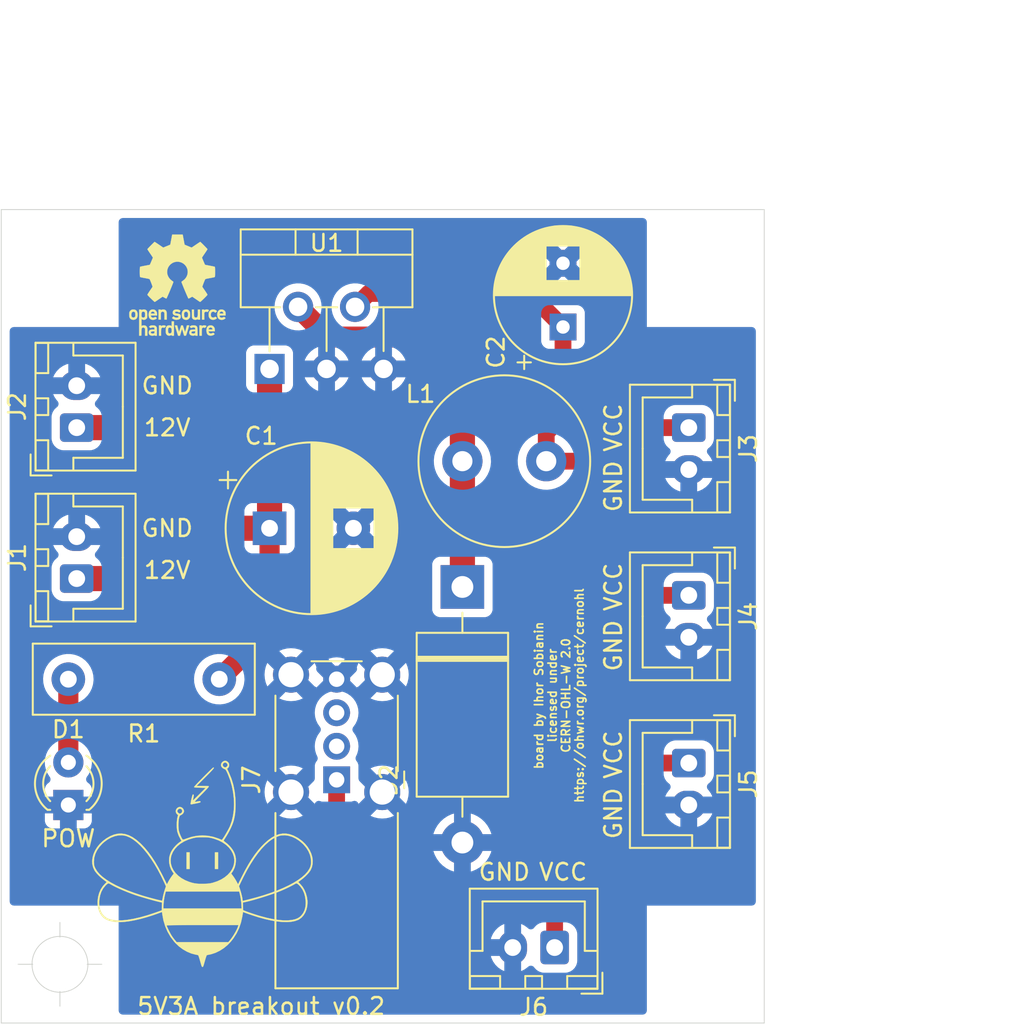
<source format=kicad_pcb>
(kicad_pcb (version 20211014) (generator pcbnew)
  (layers (0 "F.Cu" signal) (31 "B.Cu" signal) (34 "B.Paste" user) (35 "F.Paste" user) (36 "B.SilkS" user "B.Silkscreen") (37 "F.SilkS" user "F.Silkscreen") (38 "B.Mask" user) (39 "F.Mask" user) (44 "Edge.Cuts" user))
  (net 0 "")
  (net 1 "GND")
  (net 2 "Net-(C1-Pad1)")
  (net 3 "Net-(C2-Pad1)")
  (net 4 "Net-(D1-Pad2)")
  (net 5 "Net-(D2-Pad1)")
  (footprint "MountingHole:MountingHole_3.2mm_M3_DIN965" (layer "F.Cu") (at 162 115.5)
    (fp_text reference "REF**" hide)
    (fp_text value "MountingHole_3.2mm_M3_DIN965" hide)
    (pad "" np_thru_hole circle (at 0 0) (size 3.2 3.2) (drill 3.2) (layers *.Cu *.Mask))
  )
  (footprint "MountingHole:MountingHole_3.2mm_M3_DIN965" (layer "F.Cu") (at 162 157)
    (fp_text reference "REF**" hide)
    (fp_text value "MountingHole_3.2mm_M3_DIN965" hide)
    (pad "" np_thru_hole circle (at 0 0) (size 3.2 3.2) (drill 3.2) (layers *.Cu *.Mask))
  )
  (footprint "MountingHole:MountingHole_3.2mm_M3_DIN965" (layer "F.Cu") (at 200.5 157)
    (fp_text reference "REF**" hide)
    (fp_text value "MountingHole_3.2mm_M3_DIN965" hide)
    (pad "" np_thru_hole circle (at 0 0) (size 3.2 3.2) (drill 3.2) (layers *.Cu *.Mask))
  )
  (footprint "MountingHole:MountingHole_3.2mm_M3_DIN965" (layer "F.Cu") (at 200.5 115.5)
    (fp_text reference "REF**" hide)
    (fp_text value "MountingHole_3.2mm_M3_DIN965" hide)
    (pad "" np_thru_hole circle (at 0 0) (size 3.2 3.2) (drill 3.2) (layers *.Cu *.Mask))
  )
  (footprint "Inductor_THT:L_Radial_D10.0mm_P5.00mm_Neosid_SD12_style3" (layer "F.Cu") (at 186 127)
    (fp_text reference "L1" (at -2.5 -4) (layer "F.SilkS"))
    (fp_text value "33µH")
    (pad "1" thru_hole circle (at 0 0) (size 2.4 2.4) (drill 1.2) (layers *.Cu *.Mask) (net 5 "Net-(D2-Pad1)"))
    (pad "2" thru_hole circle (at 5 0) (size 2.4 2.4) (drill 1.2) (layers *.Cu *.Mask) (net 3 "Net-(C2-Pad1)"))
  )
  (footprint "Connector_JST:JST_XH_B2B-XH-A_1x02_P2.50mm_Vertical" (layer "F.Cu") (at 199.5 135 -90)
    (fp_text reference "J4" (at 1.25 -3.55 90) (layer "F.SilkS"))
    (fp_text value "Conn_01x02" hide)
    (pad "1" thru_hole roundrect (at 0 0 270) (size 1.7 2) (drill 1) (layers *.Cu *.Mask) (roundrect_rratio 0.147059) (net 3 "Net-(C2-Pad1)"))
    (pad "2" thru_hole oval (at 2.5 0 270) (size 1.7 2) (drill 1) (layers *.Cu *.Mask) (net 1 "GND"))
  )
  (footprint "Connector_JST:JST_XH_B2B-XH-A_1x02_P2.50mm_Vertical" (layer "F.Cu") (at 199.5 125 -90)
    (fp_text reference "J3" (at 1.25 -3.55 90) (layer "F.SilkS"))
    (fp_text value "Conn_01x02")
    (pad "1" thru_hole roundrect (at 0 0 270) (size 1.7 2) (drill 1) (layers *.Cu *.Mask) (roundrect_rratio 0.147059) (net 3 "Net-(C2-Pad1)"))
    (pad "2" thru_hole oval (at 2.5 0 270) (size 1.7 2) (drill 1) (layers *.Cu *.Mask) (net 1 "GND"))
  )
  (footprint "Diode_THT:D_DO-201_P15.24mm_Horizontal" (layer "F.Cu") (at 186 134.5 -90)
    (fp_text reference "D2" (at 11.55 4.39 90) (layer "F.SilkS"))
    (fp_text value "D_Schottky")
    (pad "1" thru_hole rect (at 0 0 270) (size 2.6 2.6) (drill 1.3) (layers *.Cu *.Mask) (net 5 "Net-(D2-Pad1)"))
    (pad "2" thru_hole oval (at 15.24 0 270) (size 2.6 2.6) (drill 1.3) (layers *.Cu *.Mask) (net 1 "GND"))
  )
  (footprint "Capacitor_THT:CP_Radial_D8.0mm_P3.80mm" (layer "F.Cu") (at 192 119 90)
    (fp_text reference "C2" (at -1.5 -4 90) (layer "F.SilkS"))
    (fp_text value "220µ")
    (pad "1" thru_hole rect (at 0 0 90) (size 1.6 1.6) (drill 0.8) (layers *.Cu *.Mask) (net 3 "Net-(C2-Pad1)"))
    (pad "2" thru_hole circle (at 3.8 0 90) (size 1.6 1.6) (drill 0.8) (layers *.Cu *.Mask) (net 1 "GND"))
  )
  (footprint "Capacitor_THT:CP_Radial_D10.0mm_P5.00mm" (layer "F.Cu") (at 174.5 131)
    (fp_text reference "C1" (at -0.5 -5.5) (layer "F.SilkS"))
    (fp_text value "680µ")
    (pad "1" thru_hole rect (at 0 0) (size 2 2) (drill 1) (layers *.Cu *.Mask) (net 2 "Net-(C1-Pad1)"))
    (pad "2" thru_hole circle (at 5 0) (size 2 2) (drill 1) (layers *.Cu *.Mask) (net 1 "GND"))
  )
  (footprint "Symbol:OSHW-Logo_5.7x6mm_SilkScreen" (layer "F.Cu") (at 169 116.5)
    (fp_text reference "REF**" hide)
    (fp_text value "OSHW-Logo_5.7x6mm_SilkScreen" hide)
  )
  (footprint "Package_TO_SOT_THT:TO-220-5_P3.4x3.7mm_StaggerOdd_Lead3.8mm_Vertical" (layer "F.Cu") (at 174.5 121.5)
    (fp_text reference "U1" (at 3.4 -7.5) (layer "F.SilkS"))
    (fp_text value "LM2596S-5")
    (pad "1" thru_hole rect (at 0 0) (size 1.8 1.8) (drill 1.1) (layers *.Cu *.Mask) (net 2 "Net-(C1-Pad1)"))
    (pad "2" thru_hole oval (at 1.7 -3.7) (size 1.8 1.8) (drill 1.1) (layers *.Cu *.Mask) (net 5 "Net-(D2-Pad1)"))
    (pad "3" thru_hole oval (at 3.4 0) (size 1.8 1.8) (drill 1.1) (layers *.Cu *.Mask) (net 1 "GND"))
    (pad "4" thru_hole oval (at 5.1 -3.7) (size 1.8 1.8) (drill 1.1) (layers *.Cu *.Mask) (net 3 "Net-(C2-Pad1)"))
    (pad "5" thru_hole oval (at 6.8 0) (size 1.8 1.8) (drill 1.1) (layers *.Cu *.Mask) (net 1 "GND"))
  )
  (footprint "Connector_JST:JST_XH_B2B-XH-A_1x02_P2.50mm_Vertical" (layer "F.Cu") (at 163 134 90)
    (fp_text reference "J1" (at 1.25 -3.55 90) (layer "F.SilkS"))
    (fp_text value "Conn_01x02")
    (pad "1" thru_hole roundrect (at 0 0 90) (size 1.7 2) (drill 1) (layers *.Cu *.Mask) (roundrect_rratio 0.147059) (net 2 "Net-(C1-Pad1)"))
    (pad "2" thru_hole oval (at 2.5 0 90) (size 1.7 2) (drill 1) (layers *.Cu *.Mask) (net 1 "GND"))
  )
  (footprint "Connector_JST:JST_XH_B2B-XH-A_1x02_P2.50mm_Vertical" (layer "F.Cu") (at 163 125 90)
    (fp_text reference "J2" (at 1.25 -3.55 90) (layer "F.SilkS"))
    (fp_text value "Conn_01x02")
    (pad "1" thru_hole roundrect (at 0 0 90) (size 1.7 2) (drill 1) (layers *.Cu *.Mask) (roundrect_rratio 0.147059) (net 2 "Net-(C1-Pad1)"))
    (pad "2" thru_hole oval (at 2.5 0 90) (size 1.7 2) (drill 1) (layers *.Cu *.Mask) (net 1 "GND"))
  )
  (footprint "LED_THT:LED_D3.0mm" (layer "F.Cu") (at 162.5 147.5 90)
    (fp_text reference "D1" (at 4.5 0 180) (layer "F.SilkS"))
    (fp_text value "LED")
    (pad "1" thru_hole rect (at 0 0 90) (size 1.8 1.8) (drill 0.9) (layers *.Cu *.Mask) (net 1 "GND"))
    (pad "2" thru_hole circle (at 2.54 0 90) (size 1.8 1.8) (drill 0.9) (layers *.Cu *.Mask) (net 4 "Net-(D1-Pad2)"))
  )
  (footprint "Resistor_THT:R_Box_L13.0mm_W4.0mm_P9.00mm" (layer "F.Cu") (at 171.5 140 180)
    (fp_text reference "R1" (at 4.5 -3.25) (layer "F.SilkS"))
    (fp_text value "560")
    (pad "1" thru_hole circle (at 0 0 180) (size 2 2) (drill 1) (layers *.Cu *.Mask) (net 2 "Net-(C1-Pad1)"))
    (pad "2" thru_hole circle (at 9 0 180) (size 2 2) (drill 1) (layers *.Cu *.Mask) (net 4 "Net-(D1-Pad2)"))
  )
  (footprint "Connector_JST:JST_XH_B2B-XH-A_1x02_P2.50mm_Vertical" (layer "F.Cu") (at 199.5 145 -90)
    (fp_text reference "J5" (at 1.25 -3.55 90) (layer "F.SilkS"))
    (fp_text value "Conn_01x02")
    (pad "1" thru_hole roundrect (at 0 0 270) (size 1.7 2) (drill 1) (layers *.Cu *.Mask) (roundrect_rratio 0.147059) (net 3 "Net-(C2-Pad1)"))
    (pad "2" thru_hole oval (at 2.5 0 270) (size 1.7 2) (drill 1) (layers *.Cu *.Mask) (net 1 "GND"))
  )
  (footprint "Connector_JST:JST_XH_B2B-XH-A_1x02_P2.50mm_Vertical" (layer "F.Cu") (at 191.5 156 180)
    (fp_text reference "J6" (at 1.25 -3.55) (layer "F.SilkS"))
    (fp_text value "Conn_01x02")
    (pad "1" thru_hole roundrect (at 0 0 180) (size 1.7 2) (drill 1) (layers *.Cu *.Mask) (roundrect_rratio 0.147059) (net 3 "Net-(C2-Pad1)"))
    (pad "2" thru_hole oval (at 2.5 0 180) (size 1.7 2) (drill 1) (layers *.Cu *.Mask) (net 1 "GND"))
  )
  (footprint "logo-beehive:logo-beehive-13_2х12_3mm" (layer "F.Cu") (at 170.5 151)
    (fp_text reference "G***" hide)
    (fp_text value "LOGO" hide)
  )
  (footprint "Connector_USB:USB_A_Wuerth_614004134726_Horizontal" (layer "F.Cu") (at 178.5 146 90)
    (fp_text reference "J7" (at 0 -5.08 90) (layer "F.SilkS"))
    (fp_text value "USB_A")
    (pad "1" thru_hole rect (at 0 0 90) (size 1.6 1.6) (drill 0.92) (layers *.Cu *.Mask) (net 3 "Net-(C2-Pad1)"))
    (pad "2" thru_hole circle (at 2 0 90) (size 1.6 1.6) (drill 0.92) (layers *.Cu *.Mask))
    (pad "3" thru_hole circle (at 4 0 90) (size 1.6 1.6) (drill 0.92) (layers *.Cu *.Mask))
    (pad "4" thru_hole circle (at 6 0 90) (size 1.6 1.6) (drill 0.92) (layers *.Cu *.Mask) (net 1 "GND"))
    (pad "5" thru_hole circle (at 6.27 2.72 90) (size 2.15 2.15) (drill 1.5) (layers *.Cu *.Mask) (net 1 "GND"))
    (pad "5" thru_hole circle (at -0.73 -2.72 90) (size 2.15 2.15) (drill 1.5) (layers *.Cu *.Mask) (net 1 "GND"))
    (pad "5" thru_hole circle (at -0.73 2.72 90) (size 2.15 2.15) (drill 1.5) (layers *.Cu *.Mask) (net 1 "GND"))
    (pad "5" thru_hole circle (at 6.27 -2.72 90) (size 2.15 2.15) (drill 1.5) (layers *.Cu *.Mask) (net 1 "GND"))
  )
  (gr_line (start 158.5 160.5) (end 158.5 112) (layer "Edge.Cuts") (width 0.05))
  (gr_line (start 204 160.5) (end 158.5 160.5) (layer "Edge.Cuts") (width 0.05))
  (gr_line (start 204 112) (end 204 160.5) (layer "Edge.Cuts") (width 0.05))
  (gr_line (start 158.5 112) (end 204 112) (layer "Edge.Cuts") (width 0.05))
  (gr_text "GND" (at 188.5 151.5) (layer "F.SilkS") (effects (font (size 1 1))))
  (gr_text "VCC" (at 192 151.5) (layer "F.SilkS") (effects (font (size 1 1))))
  (gr_text "12V" (at 168.4 125) (layer "F.SilkS") (effects (font (size 1 1))))
  (gr_text "GND" (at 168.4 122.5) (layer "F.SilkS") (effects (font (size 1 1))))
  (gr_text "12V" (at 168.4 133.5) (layer "F.SilkS") (effects (font (size 1 1))))
  (gr_text "GND" (at 168.4 131) (layer "F.SilkS") (effects (font (size 1 1))))
  (gr_text "POW" (at 162.5 149.5) (layer "F.SilkS") (effects (font (size 1 1))))
  (gr_text "GND" (at 195 148 90) (layer "F.SilkS") (effects (font (size 1 1))))
  (gr_text "VCC" (at 195 144.5 90) (layer "F.SilkS") (effects (font (size 1 1))))
  (gr_text "5V3A breakout v0.2" (at 174 159.5) (layer "F.SilkS") (effects (font (size 1 1))))
  (gr_text "board by Ihor Sobianin\nlicensed under\nCERN-OHL-W 2.0\nhttps://ohwr.org/project/cernohl" (at 191.77 140.97 90) (layer "F.SilkS") (effects (font (size 0.5 0.5) (thickness 0.1))))
  (gr_text "GND" (at 195 128.5 90) (layer "F.SilkS") (effects (font (size 1 1))))
  (gr_text "VCC" (at 195 125 90) (layer "F.SilkS") (effects (font (size 1 1))))
  (gr_text "GND" (at 195 138 90) (layer "F.SilkS") (effects (font (size 1 1))))
  (gr_text "VCC" (at 195 134.5 90) (layer "F.SilkS") (effects (font (size 1 1))))
  (target plus (at 162 157) (size 5) (width 0.05) (layer "Edge.Cuts"))
  (segment (start 167.5 133) (end 167.5 129.804402) (width 1.5) (layer "F.Cu") (net 2))
  (segment (start 166.5 125) (end 167.5 126) (width 1.5) (layer "F.Cu") (net 2))
  (segment (start 167.5 128.5) (end 167.5 129.5) (width 1.5) (layer "F.Cu") (net 2))
  (segment (start 174.5 131) (end 174.5 137) (width 1.2) (layer "F.Cu") (net 2))
  (segment (start 167.5 129.5) (end 169 131) (width 1.5) (layer "F.Cu") (net 2))
  (segment (start 167.5 132.5) (end 169 131) (width 1.25) (layer "F.Cu") (net 2))
  (segment (start 163 134) (end 166.5 134) (width 1.5) (layer "F.Cu") (net 2))
  (segment (start 166.5 134) (end 167.5 133) (width 1.5) (layer "F.Cu") (net 2))
  (segment (start 167.5 126) (end 167.5 128.5) (width 1.5) (layer "F.Cu") (net 2))
  (segment (start 163 125) (end 166.5 125) (width 1.5) (layer "F.Cu") (net 2))
  (segment (start 167.5 128.804402) (end 167.5 128.5) (width 1.5) (layer "F.Cu") (net 2))
  (segment (start 174.5 137) (end 171.5 140) (width 1.2) (layer "F.Cu") (net 2))
  (segment (start 169 131) (end 174.5 131) (width 1.5) (layer "F.Cu") (net 2))
  (segment (start 174.5 131) (end 174.5 121.5) (width 1.5) (layer "F.Cu") (net 2))
  (segment (start 195.5 145) (end 199.5 145) (width 1) (layer "F.Cu") (net 3))
  (segment (start 195.5 128) (end 194.5 127) (width 1) (layer "F.Cu") (net 3))
  (segment (start 196.5 145) (end 195.5 146) (width 1) (layer "F.Cu") (net 3))
  (segment (start 195.5 144) (end 196.5 145) (width 1) (layer "F.Cu") (net 3))
  (segment (start 191.5 156) (end 191.5 153) (width 1) (layer "F.Cu") (net 3))
  (segment (start 194 153) (end 182 153) (width 1) (layer "F.Cu") (net 3))
  (segment (start 182 153) (end 178.5 149.5) (width 1) (layer "F.Cu") (net 3))
  (segment (start 178.5 149.5) (end 178.5 146) (width 1) (layer "F.Cu") (net 3))
  (segment (start 191 125.302944) (end 191 127) (width 1) (layer "F.Cu") (net 3))
  (segment (start 196.5 135) (end 195.5 136) (width 1) (layer "F.Cu") (net 3))
  (segment (start 180.4 117) (end 190 117) (width 1) (layer "F.Cu") (net 3))
  (segment (start 195.5 135) (end 199.5 135) (width 1) (layer "F.Cu") (net 3))
  (segment (start 199.5 125) (end 196.5 125) (width 1) (layer "F.Cu") (net 3))
  (segment (start 195.5 134) (end 196.5 135) (width 1) (layer "F.Cu") (net 3))
  (segment (start 191 127) (end 194.5 127) (width 1) (layer "F.Cu") (net 3))
  (segment (start 190 117) (end 192 119) (width 1) (layer "F.Cu") (net 3))
  (segment (start 195.5 126) (end 195.5 151.5) (width 1) (layer "F.Cu") (net 3))
  (segment (start 191.5 154) (end 190.5 153) (width 1) (layer "F.Cu") (net 3))
  (segment (start 194.5 127) (end 195.5 126) (width 1) (layer "F.Cu") (net 3))
  (segment (start 192 124.302944) (end 191 125.302944) (width 1) (layer "F.Cu") (net 3))
  (segment (start 192 119) (end 192 124.302944) (width 1) (layer "F.Cu") (net 3))
  (segment (start 196.5 125) (end 195.5 126) (width 1) (layer "F.Cu") (net 3))
  (segment (start 192.5 153) (end 191.5 154) (width 1) (layer "F.Cu") (net 3))
  (segment (start 179.6 117.8) (end 180.4 117) (width 1) (layer "F.Cu") (net 3))
  (segment (start 195.5 151.5) (end 194 153) (width 1) (layer "F.Cu") (net 3))
  (segment (start 194.5 127) (end 195 127) (width 1) (layer "F.Cu") (net 3))
  (segment (start 162.5 140) (end 162.5 144.96) (width 1.2) (layer "F.Cu") (net 4))
  (segment (start 186 134) (end 186 127) (width 1.5) (layer "F.Cu") (net 5))
  (segment (start 182.5 119.6) (end 178 119.6) (width 1.25) (layer "F.Cu") (net 5))
  (segment (start 178 119.6) (end 176.2 117.8) (width 1.25) (layer "F.Cu") (net 5))
  (segment (start 186 123.1) (end 182.5 119.6) (width 1.5) (layer "F.Cu") (net 5))
  (segment (start 186 123) (end 186 127) (width 1.5) (layer "F.Cu") (net 5))
  (zone (net 1) (net_name "GND") (layer "B.Cu") (connect_pads (clearance 0.5)) (min_thickness 0.5) (fill yes (thermal_gap 0.5) (thermal_bridge_width 1))
    (polygon (pts (xy 159 119) (xy 165.5 119) (xy 165.5 112.5) (xy 197 112.5) (xy 197 119) (xy 203.5 119) (xy 203.5 153.5) (xy 197 153.5) (xy 197 160) (xy 165.5 160) (xy 165.5 153.5) (xy 159 153.5)))
  )
)
</source>
